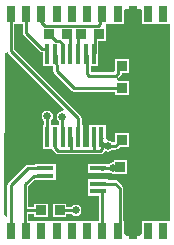
<source format=gtl>
G04*
G04 #@! TF.GenerationSoftware,Altium Limited,Altium Designer,20.0.2 (26)*
G04*
G04 Layer_Physical_Order=1*
G04 Layer_Color=255*
%FSLAX25Y25*%
%MOIN*%
G70*
G01*
G75*
%ADD12C,0.01000*%
%ADD18R,0.03347X0.03347*%
%ADD19R,0.01772X0.06713*%
%ADD20R,0.05610X0.01772*%
%ADD21R,0.03347X0.03347*%
%ADD22R,0.03150X0.05512*%
%ADD23C,0.02520*%
G36*
X45832Y75315D02*
X45874Y75101D01*
Y70778D01*
X50224D01*
Y70778D01*
X50968D01*
Y70778D01*
X55197D01*
Y5049D01*
X50968D01*
Y5049D01*
X50222D01*
Y5049D01*
X45873D01*
Y726D01*
X45830Y512D01*
X44961Y0D01*
X40946D01*
X40077Y512D01*
X40034Y726D01*
Y5049D01*
X39665D01*
Y15984D01*
X39665Y15984D01*
X39579Y16413D01*
X39336Y16777D01*
X39336Y16777D01*
X37860Y18254D01*
X37496Y18497D01*
X37067Y18582D01*
X37067Y18582D01*
X34633D01*
Y18946D01*
X27823D01*
Y15975D01*
Y13416D01*
X31644D01*
Y5049D01*
X30591D01*
Y5049D01*
X29847D01*
Y5049D01*
X25497D01*
Y5049D01*
X24754D01*
Y5049D01*
X20404D01*
Y5049D01*
X19660D01*
Y5049D01*
X15310D01*
Y5049D01*
X14567D01*
Y5049D01*
X10217D01*
Y5049D01*
X9473D01*
Y5049D01*
X8090D01*
Y7382D01*
X10148D01*
Y6231D01*
X14694D01*
Y10777D01*
X10148D01*
Y9625D01*
X8090D01*
Y16701D01*
X9557Y18168D01*
X10406Y18534D01*
Y18534D01*
X17216D01*
Y21093D01*
Y24065D01*
X10406D01*
Y23700D01*
X7894D01*
X7464Y23615D01*
X7101Y23372D01*
X7101Y23372D01*
X1412Y17683D01*
X1168Y17319D01*
X1083Y16890D01*
X1083Y16890D01*
Y6406D01*
X1030Y6384D01*
X33Y7054D01*
X286Y61000D01*
X443Y61061D01*
X1287Y61165D01*
X1412Y60979D01*
X19923Y42467D01*
X19449Y41542D01*
X18723Y41398D01*
X18108Y40986D01*
X17697Y40371D01*
X17552Y39646D01*
X17697Y38920D01*
X18108Y38305D01*
X18327Y38158D01*
Y36996D01*
X15590D01*
Y38414D01*
X15809Y38561D01*
X16220Y39176D01*
X16365Y39902D01*
X16220Y40627D01*
X15809Y41242D01*
X15194Y41653D01*
X14469Y41798D01*
X13743Y41653D01*
X13128Y41242D01*
X12717Y40627D01*
X12572Y39902D01*
X12717Y39176D01*
X13128Y38561D01*
X13347Y38414D01*
Y36996D01*
X12983D01*
Y29083D01*
X15959D01*
X15991Y28921D01*
X16235Y28557D01*
X17140Y27652D01*
X17140Y27652D01*
X17504Y27409D01*
X17933Y27323D01*
X22697D01*
X22697Y27323D01*
X22697Y27323D01*
X32151D01*
X32151Y27323D01*
X32580Y27409D01*
X32944Y27652D01*
X33438Y28146D01*
X33438Y28146D01*
X33598Y28385D01*
X33920Y28169D01*
X34646Y28025D01*
X35371Y28169D01*
X35987Y28580D01*
X36133Y28800D01*
X37146D01*
X37146Y28800D01*
X37575Y28885D01*
X37939Y29128D01*
X38604Y29794D01*
X41565D01*
Y34340D01*
X37018D01*
Y31380D01*
X37010Y31371D01*
X35987Y31262D01*
X35371Y31673D01*
X34646Y31817D01*
X33868Y32682D01*
Y36996D01*
X28337D01*
Y29566D01*
X26191D01*
Y36996D01*
X25826D01*
Y39272D01*
X25826Y39272D01*
X25741Y39701D01*
X25498Y40065D01*
X3326Y62236D01*
Y70778D01*
X4380D01*
Y70778D01*
X5125D01*
Y70778D01*
X6178D01*
Y67751D01*
X6178Y67751D01*
X6263Y67322D01*
X6507Y66958D01*
X11875Y61590D01*
X11875Y61590D01*
X12239Y61347D01*
X12668Y61261D01*
X12983D01*
Y56626D01*
X16479D01*
Y55060D01*
X16479Y55060D01*
X16565Y54631D01*
X16808Y54267D01*
X22596Y48479D01*
X22596Y48479D01*
X22960Y48235D01*
X23389Y48150D01*
X23389Y48150D01*
X37018D01*
Y46998D01*
X41565D01*
Y51545D01*
X37975D01*
X37907Y51720D01*
X37808Y52545D01*
X37998Y52671D01*
X38911Y53585D01*
X38911Y53585D01*
X39154Y53949D01*
X39236Y54361D01*
X41565D01*
Y58907D01*
X37018D01*
Y55569D01*
X36997Y55461D01*
X36657Y54586D01*
X28917D01*
Y56626D01*
X31309D01*
Y60860D01*
X31330Y60969D01*
X31330Y60969D01*
Y64931D01*
X34065D01*
Y69478D01*
X34065D01*
X33820Y70478D01*
X33988Y70778D01*
X34944D01*
Y70778D01*
X35687D01*
Y70778D01*
X40037D01*
Y75101D01*
X40080Y75315D01*
X40241Y75512D01*
X45670D01*
X45832Y75315D01*
D02*
G37*
%LPC*%
G36*
X41033Y25187D02*
X36487D01*
Y24591D01*
X36417Y24534D01*
X35692Y24390D01*
X35541Y24289D01*
X34633Y24065D01*
X34633Y24065D01*
Y24065D01*
X34633Y24065D01*
X32077D01*
X31969Y24086D01*
X31860Y24065D01*
X27823D01*
Y21093D01*
X32521D01*
X32768Y21044D01*
X33015Y21093D01*
X34633D01*
X34633Y21093D01*
X35579Y20961D01*
X35692Y20886D01*
X36417Y20741D01*
X36487Y20685D01*
Y20640D01*
X41033D01*
Y25187D01*
D02*
G37*
G36*
X20797Y10777D02*
X16250D01*
Y6231D01*
X20797D01*
Y7382D01*
X22436D01*
X22557Y7202D01*
X23172Y6791D01*
X23898Y6647D01*
X24623Y6791D01*
X25238Y7202D01*
X25650Y7818D01*
X25794Y8543D01*
X25650Y9269D01*
X25238Y9884D01*
X24623Y10295D01*
X23898Y10440D01*
X23172Y10295D01*
X22557Y9884D01*
X22384Y9625D01*
X20797D01*
Y10777D01*
D02*
G37*
%LPD*%
D12*
X18386Y65039D02*
X19201Y64224D01*
X17185Y65039D02*
X18386D01*
X19201Y60969D02*
Y64224D01*
X13526Y69978D02*
X31317D01*
X31894Y70556D01*
Y74441D01*
X12165Y71339D02*
X13526Y69978D01*
X31894Y74441D02*
X32769Y75315D01*
X12165Y75086D02*
X12395Y75315D01*
X12165Y71339D02*
Y75086D01*
X21122Y67205D02*
X22146Y66181D01*
Y60583D02*
Y66181D01*
X24705Y66260D02*
X25650Y67205D01*
X24705Y60583D02*
Y66260D01*
X30209Y65661D02*
X31752Y67205D01*
X30209Y60969D02*
Y65661D01*
X32382Y33039D02*
Y33394D01*
Y33039D02*
Y33039D01*
X32205Y33217D02*
X32382Y33394D01*
X32205Y33217D02*
X32382Y33039D01*
X32645Y30858D02*
X33582Y29921D01*
X32645Y28939D02*
Y30858D01*
X33582Y29921D02*
X34646D01*
X17933Y28445D02*
X22697D01*
X17028Y29350D02*
X17933Y28445D01*
X29823D02*
X32151D01*
X22697D02*
X29823D01*
X22306Y28836D02*
X22697Y28445D01*
X37146Y29921D02*
X39291Y32067D01*
X34646Y29921D02*
X37146D01*
X39291Y38169D02*
Y43169D01*
X45000Y22205D02*
Y40827D01*
X42658Y43169D02*
X45000Y40827D01*
X39291Y43169D02*
X42658D01*
X32151Y28445D02*
X32645Y28939D01*
X42953Y4291D02*
X44470Y5808D01*
X42953Y512D02*
Y4291D01*
X44470Y19805D02*
Y21674D01*
Y5808D02*
Y19805D01*
X31443D02*
X44470D01*
Y21674D02*
X45000Y22205D01*
X38484Y22638D02*
X38760Y22913D01*
X36417Y22638D02*
X38484D01*
X33791D02*
X36417D01*
X33516Y22913D02*
X33791Y22638D01*
X32768Y22165D02*
X33516Y22913D01*
X31228Y20020D02*
X31443Y19805D01*
X31969Y22965D02*
X32768Y22165D01*
X31583Y22579D02*
X31969Y22965D01*
X31228Y22579D02*
X31583D01*
X44449Y48327D02*
Y64907D01*
X42956Y66401D02*
X44449Y64907D01*
X39291Y43169D02*
X44449Y48327D01*
X31319Y43169D02*
X39291D01*
X27264Y39114D02*
X31319Y43169D01*
X27264Y33039D02*
Y39114D01*
X32382Y33039D02*
X32645Y32776D01*
X29823Y28445D02*
Y33039D01*
X22146D02*
X22306Y32879D01*
Y28836D02*
Y32879D01*
X17028Y29350D02*
Y33039D01*
X31228Y14902D02*
X32380D01*
X32766Y14516D01*
Y512D02*
Y14516D01*
X37859Y512D02*
X38543Y1196D01*
Y15984D01*
X31228Y17461D02*
X37067D01*
X38543Y15984D01*
X18524Y8504D02*
X23858D01*
X23898Y8543D01*
X24429Y20020D02*
X31228D01*
X21870Y17461D02*
X24429Y20020D01*
X13811Y17461D02*
X21870D01*
X13811Y14902D02*
Y17461D01*
X6968Y7992D02*
Y17165D01*
Y841D02*
Y7992D01*
X7480Y8504D02*
X12421D01*
X6968Y7992D02*
X7480Y8504D01*
X6968Y841D02*
X7298Y512D01*
X6968Y17165D02*
X9823Y20020D01*
X13811D01*
X7894Y22579D02*
X13811D01*
X2205Y16890D02*
X7894Y22579D01*
X2205Y512D02*
Y16890D01*
X42956Y66401D02*
Y75315D01*
X39291Y62736D02*
X42956Y66401D01*
X28381Y53465D02*
X37205D01*
X27264Y60583D02*
X27650Y60197D01*
Y57286D02*
Y60197D01*
Y57286D02*
X27795Y57141D01*
Y54050D02*
Y57141D01*
Y54050D02*
X28381Y53465D01*
X38118Y55461D02*
X39291Y56634D01*
X38118Y54378D02*
Y55461D01*
X37205Y53465D02*
X38118Y54378D01*
X17028Y60583D02*
X17413Y60197D01*
Y57328D02*
Y60197D01*
Y57328D02*
X17601Y57141D01*
Y55060D02*
Y57141D01*
Y55060D02*
X23389Y49272D01*
X39370D01*
X32382Y60583D02*
X37138D01*
X39291Y62736D01*
X29823Y60583D02*
X30209Y60969D01*
X19201D02*
X19587Y60583D01*
X15020Y67205D02*
X17185Y65039D01*
X19449Y33177D02*
X19587Y33039D01*
X19449Y33177D02*
Y39646D01*
X14469Y33039D02*
Y39902D01*
X14370Y40000D02*
X14469Y39902D01*
X24705Y33039D02*
Y39272D01*
X2205Y61772D02*
X24705Y39272D01*
X2205Y61772D02*
Y75315D01*
X7300Y67751D02*
Y75315D01*
Y67751D02*
X12668Y62383D01*
X14083D01*
X14469Y61997D01*
Y60583D02*
Y61997D01*
D18*
X38760Y22913D02*
D03*
X44862D02*
D03*
X18524Y8504D02*
D03*
X12421D02*
D03*
X31791Y67205D02*
D03*
X25689D02*
D03*
X21122D02*
D03*
X15020D02*
D03*
D19*
X32382Y60583D02*
D03*
X29823D02*
D03*
X27264D02*
D03*
X24705D02*
D03*
X22146D02*
D03*
X19587D02*
D03*
X17028D02*
D03*
X14469D02*
D03*
Y33039D02*
D03*
X17028D02*
D03*
X19587D02*
D03*
X22146D02*
D03*
X24705D02*
D03*
X27264D02*
D03*
X29823D02*
D03*
X32382D02*
D03*
D20*
X13811Y22579D02*
D03*
Y20020D02*
D03*
Y17461D02*
D03*
Y14902D02*
D03*
X31228D02*
D03*
Y17461D02*
D03*
Y20020D02*
D03*
Y22579D02*
D03*
D21*
X39291Y32067D02*
D03*
Y38169D02*
D03*
Y49272D02*
D03*
Y43169D02*
D03*
Y56634D02*
D03*
Y62736D02*
D03*
D22*
X53143Y74134D02*
D03*
X48049D02*
D03*
X17488D02*
D03*
X22582D02*
D03*
X27675D02*
D03*
X32769D02*
D03*
X37862D02*
D03*
X42956D02*
D03*
X12395D02*
D03*
X2205D02*
D03*
X7300D02*
D03*
X2205Y1693D02*
D03*
X7298D02*
D03*
X37859D02*
D03*
X32766D02*
D03*
X27672D02*
D03*
X22579D02*
D03*
X17485D02*
D03*
X12392D02*
D03*
X42953D02*
D03*
X53143D02*
D03*
X48048D02*
D03*
D23*
X34646Y29921D02*
D03*
X36417Y22638D02*
D03*
X23898Y8543D02*
D03*
X19449Y39646D02*
D03*
X14469Y39902D02*
D03*
M02*

</source>
